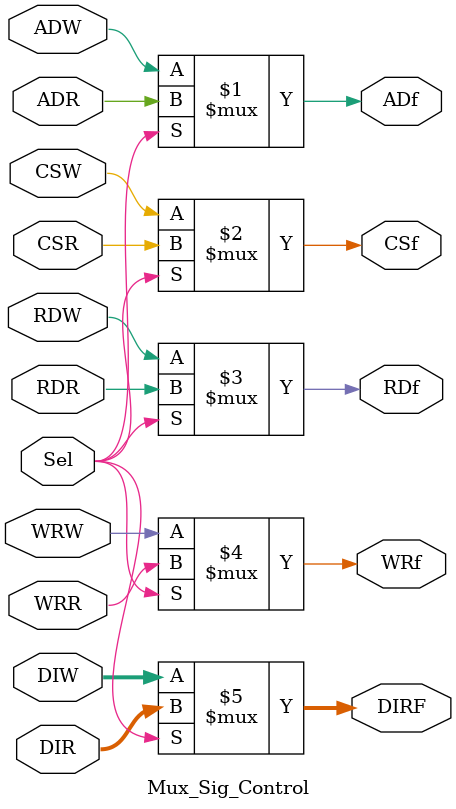
<source format=v>
`timescale 1ns / 1ps
module Mux_Sig_Control( // mux para seleccionar señales de control de lectura o escritura
    input ADR,//lectura
    input ADW,//escritura
    input CSR,//lectura
    input CSW,//escritura
    input RDR,//lectura
    input RDW,//escritura
    input WRR,//lectura
    input WRW,//escritura
    input [7:0] DIR,//lectura
    input [7:0] DIW,//escritura
    output ADf,// señal de control final
    output CSf,// señal de control final
    output RDf,// señal de control final
    output WRf,// señal de control final
    output [7:0] DIRF,// señal de control final
    input Sel // selector
    );
// basicamente si el selector es 1 entonces asigna señales de lectura, sino de escritura
assign ADf = Sel ? ADR : ADW;
assign CSf = Sel ? CSR : CSW;
assign RDf = Sel ? RDR : RDW;
assign WRf = Sel ? WRR : WRW;
assign DIRF = Sel ? DIR : DIW;
endmodule

</source>
